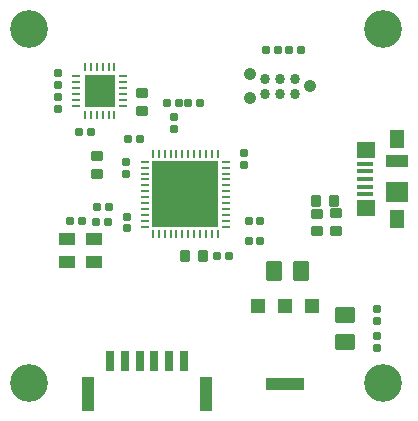
<source format=gbr>
%TF.GenerationSoftware,Altium Limited,Altium Designer,24.6.1 (21)*%
G04 Layer_Color=255*
%FSLAX45Y45*%
%MOMM*%
%TF.SameCoordinates,4B1D9C49-5ED8-45E5-B71D-261F0C762659*%
%TF.FilePolarity,Positive*%
%TF.FileFunction,Pads,Top*%
%TF.Part,Single*%
G01*
G75*
%TA.AperFunction,ConnectorPad*%
%ADD11R,1.00000X2.90000*%
%ADD12R,0.65000X1.70000*%
%TA.AperFunction,SMDPad,CuDef*%
G04:AMPARAMS|DCode=13|XSize=0.8mm|YSize=1mm|CornerRadius=0.1mm|HoleSize=0mm|Usage=FLASHONLY|Rotation=90.000|XOffset=0mm|YOffset=0mm|HoleType=Round|Shape=RoundedRectangle|*
%AMROUNDEDRECTD13*
21,1,0.80000,0.80000,0,0,90.0*
21,1,0.60000,1.00000,0,0,90.0*
1,1,0.20000,0.40000,0.30000*
1,1,0.20000,0.40000,-0.30000*
1,1,0.20000,-0.40000,-0.30000*
1,1,0.20000,-0.40000,0.30000*
%
%ADD13ROUNDEDRECTD13*%
%ADD14R,0.25000X0.80000*%
%ADD15R,0.80000X0.25000*%
%ADD16R,2.60000X2.70000*%
G04:AMPARAMS|DCode=17|XSize=0.6mm|YSize=0.7mm|CornerRadius=0.075mm|HoleSize=0mm|Usage=FLASHONLY|Rotation=270.000|XOffset=0mm|YOffset=0mm|HoleType=Round|Shape=RoundedRectangle|*
%AMROUNDEDRECTD17*
21,1,0.60000,0.55000,0,0,270.0*
21,1,0.45000,0.70000,0,0,270.0*
1,1,0.15000,-0.27500,-0.22500*
1,1,0.15000,-0.27500,0.22500*
1,1,0.15000,0.27500,0.22500*
1,1,0.15000,0.27500,-0.22500*
%
%ADD17ROUNDEDRECTD17*%
G04:AMPARAMS|DCode=18|XSize=0.6mm|YSize=0.7mm|CornerRadius=0.075mm|HoleSize=0mm|Usage=FLASHONLY|Rotation=180.000|XOffset=0mm|YOffset=0mm|HoleType=Round|Shape=RoundedRectangle|*
%AMROUNDEDRECTD18*
21,1,0.60000,0.55000,0,0,180.0*
21,1,0.45000,0.70000,0,0,180.0*
1,1,0.15000,-0.22500,0.27500*
1,1,0.15000,0.22500,0.27500*
1,1,0.15000,0.22500,-0.27500*
1,1,0.15000,-0.22500,-0.27500*
%
%ADD18ROUNDEDRECTD18*%
%TA.AperFunction,ConnectorPad*%
%ADD19R,1.30000X1.65000*%
%ADD20R,1.90000X1.80000*%
%ADD21R,1.90000X1.00000*%
%ADD22R,1.55000X1.42500*%
%ADD23R,1.38000X0.45000*%
%TA.AperFunction,SMDPad,CuDef*%
G04:AMPARAMS|DCode=24|XSize=0.8mm|YSize=1mm|CornerRadius=0.1mm|HoleSize=0mm|Usage=FLASHONLY|Rotation=180.000|XOffset=0mm|YOffset=0mm|HoleType=Round|Shape=RoundedRectangle|*
%AMROUNDEDRECTD24*
21,1,0.80000,0.80000,0,0,180.0*
21,1,0.60000,1.00000,0,0,180.0*
1,1,0.20000,-0.30000,0.40000*
1,1,0.20000,0.30000,0.40000*
1,1,0.20000,0.30000,-0.40000*
1,1,0.20000,-0.30000,-0.40000*
%
%ADD24ROUNDEDRECTD24*%
%ADD25R,1.25000X1.25000*%
%ADD26R,5.60000X5.60000*%
%ADD27O,0.25000X0.80000*%
%ADD28O,0.80000X0.25000*%
%ADD29R,3.18213X1.00429*%
G04:AMPARAMS|DCode=30|XSize=1.4mm|YSize=1.7mm|CornerRadius=0.175mm|HoleSize=0mm|Usage=FLASHONLY|Rotation=270.000|XOffset=0mm|YOffset=0mm|HoleType=Round|Shape=RoundedRectangle|*
%AMROUNDEDRECTD30*
21,1,1.40000,1.35000,0,0,270.0*
21,1,1.05000,1.70000,0,0,270.0*
1,1,0.35000,-0.67500,-0.52500*
1,1,0.35000,-0.67500,0.52500*
1,1,0.35000,0.67500,0.52500*
1,1,0.35000,0.67500,-0.52500*
%
%ADD30ROUNDEDRECTD30*%
G04:AMPARAMS|DCode=31|XSize=1.4mm|YSize=1.7mm|CornerRadius=0.175mm|HoleSize=0mm|Usage=FLASHONLY|Rotation=180.000|XOffset=0mm|YOffset=0mm|HoleType=Round|Shape=RoundedRectangle|*
%AMROUNDEDRECTD31*
21,1,1.40000,1.35000,0,0,180.0*
21,1,1.05000,1.70000,0,0,180.0*
1,1,0.35000,-0.52500,0.67500*
1,1,0.35000,0.52500,0.67500*
1,1,0.35000,0.52500,-0.67500*
1,1,0.35000,-0.52500,-0.67500*
%
%ADD31ROUNDEDRECTD31*%
G04:AMPARAMS|DCode=32|XSize=1.3mm|YSize=1.1mm|CornerRadius=0.055mm|HoleSize=0mm|Usage=FLASHONLY|Rotation=0.000|XOffset=0mm|YOffset=0mm|HoleType=Round|Shape=RoundedRectangle|*
%AMROUNDEDRECTD32*
21,1,1.30000,0.99000,0,0,0.0*
21,1,1.19000,1.10000,0,0,0.0*
1,1,0.11000,0.59500,-0.49500*
1,1,0.11000,-0.59500,-0.49500*
1,1,0.11000,-0.59500,0.49500*
1,1,0.11000,0.59500,0.49500*
%
%ADD32ROUNDEDRECTD32*%
%TA.AperFunction,BGAPad,CuDef*%
%ADD33C,0.86300*%
%TA.AperFunction,ViaPad*%
%ADD41C,3.20000*%
%TA.AperFunction,ComponentPad*%
%ADD42C,1.06700*%
D11*
X9797500Y6210000D02*
D03*
X8802500D02*
D03*
D12*
X9612500Y6490000D02*
D03*
X9237500D02*
D03*
X9487500D02*
D03*
X9362500D02*
D03*
X9112500D02*
D03*
X8987500D02*
D03*
D13*
X9260000Y8755000D02*
D03*
Y8605000D02*
D03*
X10737500Y7585000D02*
D03*
Y7735000D02*
D03*
X10897500Y7590000D02*
D03*
Y7740000D02*
D03*
X8875000Y8075000D02*
D03*
Y8225000D02*
D03*
D14*
X9025000Y8975000D02*
D03*
X8975000D02*
D03*
X8925000D02*
D03*
X8875000D02*
D03*
X8825000D02*
D03*
X8775000D02*
D03*
X9025000Y8575000D02*
D03*
X8975000D02*
D03*
X8925000D02*
D03*
X8875000D02*
D03*
X8825000D02*
D03*
X8775000D02*
D03*
D15*
X8702500Y8900000D02*
D03*
Y8850000D02*
D03*
Y8800000D02*
D03*
Y8750000D02*
D03*
Y8700000D02*
D03*
Y8650000D02*
D03*
X9097500Y8900000D02*
D03*
Y8850000D02*
D03*
Y8800000D02*
D03*
Y8750000D02*
D03*
Y8700000D02*
D03*
Y8650000D02*
D03*
D16*
X8900000Y8775000D02*
D03*
D17*
X9525000Y8550000D02*
D03*
Y8450000D02*
D03*
X8550000Y8825000D02*
D03*
Y8925000D02*
D03*
Y8625000D02*
D03*
Y8725000D02*
D03*
X10125000Y8250000D02*
D03*
Y8150000D02*
D03*
X9125000Y8175000D02*
D03*
Y8075000D02*
D03*
X9130000Y7610000D02*
D03*
Y7710000D02*
D03*
X11250000Y6600000D02*
D03*
Y6700000D02*
D03*
Y6825000D02*
D03*
Y6925000D02*
D03*
D18*
X9570000Y8675000D02*
D03*
X9470000D02*
D03*
X9650000D02*
D03*
X9750000D02*
D03*
X9240000Y8370000D02*
D03*
X9140000D02*
D03*
X9995000Y7375000D02*
D03*
X9895000D02*
D03*
X8725000Y8425000D02*
D03*
X8825000D02*
D03*
X10260000Y7500000D02*
D03*
X10160000D02*
D03*
X10260000Y7675000D02*
D03*
X10160000D02*
D03*
X10600000Y9125000D02*
D03*
X10500000D02*
D03*
X8977500Y7790000D02*
D03*
X8877500D02*
D03*
X10410000Y9125000D02*
D03*
X10310000D02*
D03*
X8867500Y7665000D02*
D03*
X8967500D02*
D03*
X8752500Y7670000D02*
D03*
X8652500D02*
D03*
D19*
X11416000Y7692500D02*
D03*
Y8367500D02*
D03*
D20*
Y7915000D02*
D03*
D21*
Y8185000D02*
D03*
D22*
X11158500Y7781250D02*
D03*
Y8278750D02*
D03*
D23*
X11150000Y7900000D02*
D03*
Y7965000D02*
D03*
Y8030000D02*
D03*
Y8095000D02*
D03*
Y8160000D02*
D03*
D24*
X10732500Y7845000D02*
D03*
X10882500D02*
D03*
X9625000Y7375000D02*
D03*
X9775000D02*
D03*
D25*
X10700000Y6950000D02*
D03*
X10471000D02*
D03*
X10242000D02*
D03*
D26*
X9625000Y7900000D02*
D03*
D27*
X9350000Y8240000D02*
D03*
X9400000D02*
D03*
X9450000D02*
D03*
X9500000D02*
D03*
X9550000D02*
D03*
X9600000D02*
D03*
X9650000D02*
D03*
X9700000D02*
D03*
X9750000D02*
D03*
X9800000D02*
D03*
X9850000D02*
D03*
X9900000D02*
D03*
Y7560000D02*
D03*
X9850000D02*
D03*
X9800000D02*
D03*
X9750000D02*
D03*
X9700000D02*
D03*
X9650000D02*
D03*
X9600000D02*
D03*
X9550000D02*
D03*
X9500000D02*
D03*
X9450000D02*
D03*
X9400000D02*
D03*
X9350000D02*
D03*
D28*
X9965000Y8175000D02*
D03*
Y8125000D02*
D03*
Y8075000D02*
D03*
Y8025000D02*
D03*
Y7975000D02*
D03*
Y7925000D02*
D03*
Y7875000D02*
D03*
Y7825000D02*
D03*
Y7775000D02*
D03*
Y7725000D02*
D03*
Y7675000D02*
D03*
Y7625000D02*
D03*
X9285000D02*
D03*
Y7675000D02*
D03*
Y7725000D02*
D03*
Y7775000D02*
D03*
Y7825000D02*
D03*
Y7875000D02*
D03*
Y7925000D02*
D03*
Y7975000D02*
D03*
Y8025000D02*
D03*
Y8075000D02*
D03*
Y8125000D02*
D03*
Y8175000D02*
D03*
D29*
X10471000Y6291000D02*
D03*
D30*
X10975000Y6878600D02*
D03*
Y6650000D02*
D03*
D31*
X10600000Y7250000D02*
D03*
X10371400D02*
D03*
D32*
X8855000Y7327500D02*
D03*
Y7517500D02*
D03*
X8625000Y7327500D02*
D03*
Y7517500D02*
D03*
D33*
X10298000Y8750000D02*
D03*
X10425000D02*
D03*
X10552000D02*
D03*
X10298000Y8877000D02*
D03*
X10425000D02*
D03*
X10552000D02*
D03*
D41*
X8300000Y6300000D02*
D03*
Y9300000D02*
D03*
X11300000D02*
D03*
Y6300000D02*
D03*
D42*
X10171000Y8915100D02*
D03*
Y8711900D02*
D03*
X10679000Y8813500D02*
D03*
%TF.MD5,4557c94555876f117eebd1ea032fad06*%
M02*

</source>
